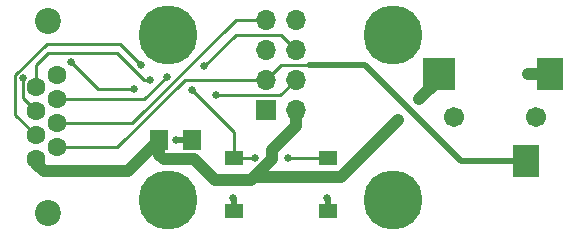
<source format=gbr>
G04 #@! TF.FileFunction,Copper,L1,Top,Signal*
%FSLAX46Y46*%
G04 Gerber Fmt 4.6, Leading zero omitted, Abs format (unit mm)*
G04 Created by KiCad (PCBNEW 4.0.7) date 06/27/18 14:49:15*
%MOMM*%
%LPD*%
G01*
G04 APERTURE LIST*
%ADD10C,0.150000*%
%ADD11C,2.200000*%
%ADD12C,1.600000*%
%ADD13C,5.000000*%
%ADD14R,2.209800X2.794000*%
%ADD15R,2.794000X2.794000*%
%ADD16C,1.701800*%
%ADD17R,1.600200X1.803400*%
%ADD18R,1.700000X1.700000*%
%ADD19O,1.700000X1.700000*%
%ADD20R,1.550000X1.300000*%
%ADD21C,0.660400*%
%ADD22C,1.016000*%
%ADD23C,0.508000*%
%ADD24C,0.254000*%
G04 APERTURE END LIST*
D10*
D11*
X31112000Y-27430000D03*
X31112000Y-43690000D03*
D12*
X30092000Y-35060000D03*
X30092000Y-37090000D03*
X31872000Y-34030000D03*
X31872000Y-36060000D03*
X31872000Y-32000000D03*
X30092000Y-33030000D03*
X31872000Y-38090000D03*
X30092000Y-39120000D03*
D13*
X41275000Y-28575000D03*
D14*
X71551800Y-39268400D03*
D15*
X64160400Y-31851600D03*
D14*
X73558400Y-31851600D03*
D16*
X65430400Y-35560000D03*
X72440800Y-35560000D03*
D17*
X40513000Y-37465000D03*
X43307000Y-37465000D03*
D18*
X49530000Y-34925000D03*
D19*
X52070000Y-34925000D03*
X49530000Y-32385000D03*
X52070000Y-32385000D03*
X49530000Y-29845000D03*
X52070000Y-29845000D03*
X49530000Y-27305000D03*
X52070000Y-27305000D03*
D20*
X54775000Y-39025000D03*
X54775000Y-43525000D03*
X46825000Y-43525000D03*
X46825000Y-39025000D03*
D13*
X41275000Y-42545000D03*
X60325000Y-28575000D03*
X60325000Y-42545000D03*
D21*
X62484000Y-34036000D03*
X60706000Y-35814000D03*
X71755000Y-31877000D03*
X46736000Y-42418000D03*
X54737000Y-42418000D03*
X41910000Y-37465000D03*
X45361474Y-33677474D03*
X38348317Y-33180170D03*
X33020000Y-30861000D03*
X28991174Y-32267774D03*
X38989000Y-31115000D03*
X44323000Y-31242000D03*
X41148000Y-32131000D03*
X51435000Y-38989000D03*
X48641000Y-38989000D03*
X43307000Y-33274000D03*
X39751000Y-32385000D03*
D22*
X48514000Y-40640000D02*
X55880000Y-40640000D01*
X62484000Y-34036000D02*
X64160400Y-32359600D01*
X55880000Y-40640000D02*
X60706000Y-35814000D01*
X64160400Y-32359600D02*
X64160400Y-31851600D01*
X40513000Y-37465000D02*
X40513000Y-38735000D01*
X52070000Y-36322000D02*
X52070000Y-34925000D01*
X50038000Y-38354000D02*
X52070000Y-36322000D01*
X50038000Y-39116000D02*
X50038000Y-38354000D01*
X48260000Y-40894000D02*
X48514000Y-40640000D01*
X48514000Y-40640000D02*
X50038000Y-39116000D01*
X45212000Y-40894000D02*
X48260000Y-40894000D01*
X43434000Y-39116000D02*
X45212000Y-40894000D01*
X40894000Y-39116000D02*
X43434000Y-39116000D01*
X40513000Y-38735000D02*
X40894000Y-39116000D01*
X30092000Y-39120000D02*
X30092000Y-39490000D01*
X30092000Y-39490000D02*
X30734000Y-40132000D01*
X37846000Y-40132000D02*
X40513000Y-37465000D01*
X30734000Y-40132000D02*
X37846000Y-40132000D01*
D23*
X30092000Y-39120000D02*
X30357000Y-39120000D01*
X64490600Y-31851600D02*
X64160400Y-31851600D01*
D22*
X73558400Y-31851600D02*
X71780400Y-31851600D01*
X71780400Y-31851600D02*
X71755000Y-31877000D01*
D23*
X46825000Y-43525000D02*
X46825000Y-42507000D01*
X46825000Y-42507000D02*
X46736000Y-42418000D01*
X54775000Y-43525000D02*
X54775000Y-42456000D01*
X54775000Y-42456000D02*
X54737000Y-42418000D01*
X43307000Y-37465000D02*
X41910000Y-37465000D01*
X71551800Y-39268400D02*
X66065400Y-39268400D01*
D24*
X50800000Y-31115000D02*
X49530000Y-32385000D01*
D23*
X57912000Y-31115000D02*
X53213000Y-31115000D01*
X66065400Y-39268400D02*
X57912000Y-31115000D01*
D24*
X53213000Y-31115000D02*
X50800000Y-31115000D01*
X71120000Y-38836600D02*
X71551800Y-39268400D01*
X31872000Y-38090000D02*
X36967000Y-38090000D01*
X42672000Y-32385000D02*
X49530000Y-32385000D01*
X36967000Y-38090000D02*
X42672000Y-32385000D01*
X45361474Y-33677474D02*
X50777526Y-33677474D01*
X50777526Y-33677474D02*
X52070000Y-32385000D01*
X33020000Y-30861000D02*
X35339170Y-33180170D01*
X35339170Y-33180170D02*
X38348317Y-33180170D01*
X30092000Y-35060000D02*
X28961799Y-33929799D01*
X28961799Y-32297149D02*
X28991174Y-32267774D01*
X28961799Y-33929799D02*
X28961799Y-32297149D01*
X28321000Y-35319000D02*
X30092000Y-37090000D01*
X28321000Y-32004000D02*
X28321000Y-35319000D01*
X30988000Y-29337000D02*
X28321000Y-32004000D01*
X37211000Y-29337000D02*
X30988000Y-29337000D01*
X38989000Y-31115000D02*
X37211000Y-29337000D01*
X50800000Y-28575000D02*
X52070000Y-29845000D01*
X46990000Y-28575000D02*
X50800000Y-28575000D01*
X44323000Y-31242000D02*
X46990000Y-28575000D01*
X39249000Y-34030000D02*
X41148000Y-32131000D01*
X31872000Y-34030000D02*
X39249000Y-34030000D01*
X46990000Y-27305000D02*
X49530000Y-27305000D01*
X38235000Y-36060000D02*
X46990000Y-27305000D01*
X31872000Y-36060000D02*
X38235000Y-36060000D01*
X46825000Y-39025000D02*
X48605000Y-39025000D01*
X51471000Y-39025000D02*
X54775000Y-39025000D01*
X51435000Y-38989000D02*
X51471000Y-39025000D01*
X48605000Y-39025000D02*
X48641000Y-38989000D01*
X46825000Y-36792000D02*
X46825000Y-39025000D01*
X43307000Y-33274000D02*
X46825000Y-36792000D01*
X39243000Y-32385000D02*
X39751000Y-32385000D01*
X36957000Y-30099000D02*
X39243000Y-32385000D01*
X31115000Y-30099000D02*
X36957000Y-30099000D01*
X30092000Y-31122000D02*
X31115000Y-30099000D01*
X30092000Y-33030000D02*
X30092000Y-31122000D01*
M02*

</source>
